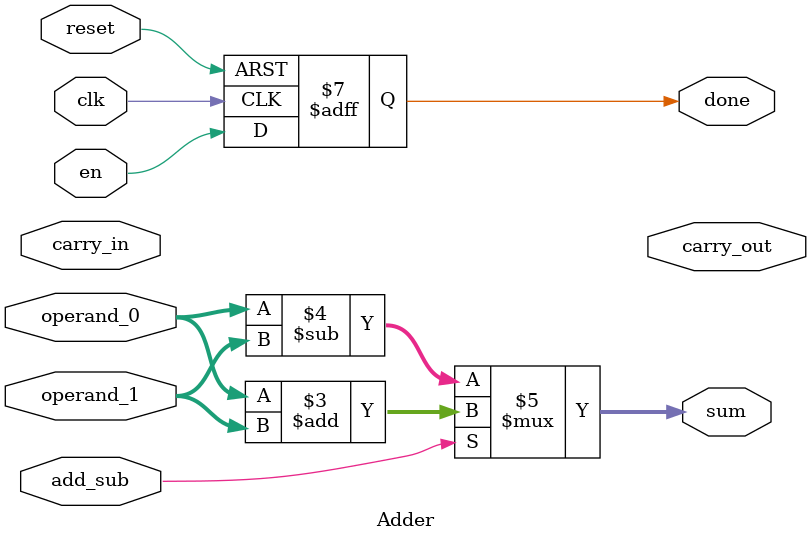
<source format=sv>
`timescale 1ns / 1ps


module Adder(
    input clk,
    input en,
    input reset,
    input logic [31:0] operand_0,
    input logic [31:0] operand_1,
    input carry_in,
    input add_sub,
    output carry_out,
    //output logic [31:0] sum,
    output [31:0] sum,
    output logic done =0
    );
    

    //assign reset_n = ~reset;    //the macros expect a posedge reset , but the reset of the design uses negedge 
        
    always_ff @(posedge clk or negedge reset)
    begin
        if (reset ==0)
            done <=0;
        else
            done <= en;
    end

    /*   
   ADDSUB_MACRO #(
      .DEVICE("7SERIES"), // Target Device: "7SERIES" 
      .LATENCY(1),        // Desired clock cycle latency, 0-2
      .WIDTH(32)          // Input / output bus width, 1-48
   ) ADDSUB_MACRO_inst (
      .CARRYOUT(carry_out), // 1-bit carry-out output signal
      .RESULT(sum),     // Add/sub result output, width defined by WIDTH parameter
      .A(operand_0),               // Input A bus, width defined by WIDTH parameter
      .ADD_SUB(add_sub),   // 1-bit add/sub input, high selects add, low selects subtract
      .B(operand_1),               // Input B bus, width defined by WIDTH parameter
      .CARRYIN(carry_in),   // 1-bit carry-in input
      .CE(1'b1),             // 1-bit clock enable input
      .CLK(clk),           // 1-bit clock input
      .RST(1'b0)            // 1-bit active high synchronous reset
   );
    
    */
    assign sum = add_sub? (operand_0 + operand_1): (operand_0 - operand_1);
	   
	    
				
endmodule

</source>
